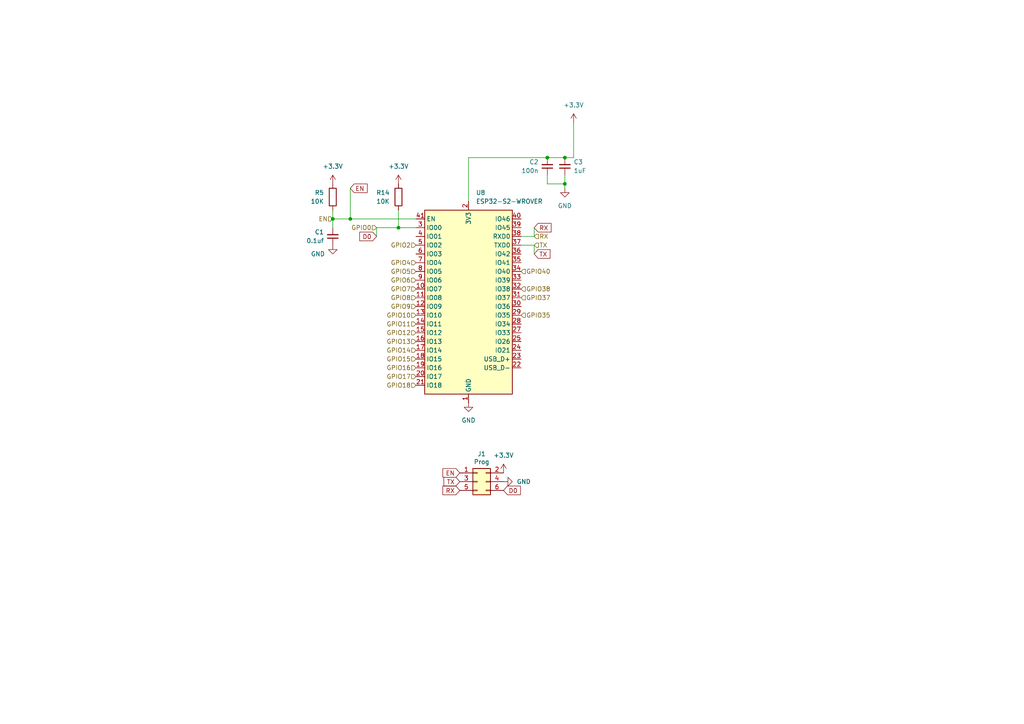
<source format=kicad_sch>
(kicad_sch (version 20250114) (generator "eeschema") (generator_version "9.0")
  (paper "A4")
  (lib_symbols
    (symbol "+3.3V_3" (power) (pin_names (offset 0))
      (property "Value" "+3.3V_3" (at 0 3.556 0))
      (symbol "+3.3V_3_0_1"
        (polyline (pts (xy -0.762 1.27) (xy 0 2.54)))
        (polyline (pts (xy 0 2.54) (xy 0.762 1.27)))
        (polyline (pts (xy 0 0) (xy 0 2.54)))
      )
      (symbol "+3.3V_3_1_1"
        (pin power_in line (at 0 0 90) (length 0) (hide yes) (name "+3.3V") (number "1"))
      )
    )
    (symbol "Connector_Generic:Conn_02x03_Odd_Even" (pin_names (offset 1.016) (hide yes))
      (property "Reference" "J" (at 1.27 5.08 0))
      (property "Value" "Conn_02x03_Odd_Even" (at 1.27 -5.08 0))
      (symbol "Conn_02x03_Odd_Even_1_1"
        (rectangle (start -1.27 3.81) (end 3.81 -3.81) (stroke (width 0.254)) (fill (type background)))
        (rectangle (start -1.27 2.667) (end 0 2.413) (stroke (width 0.1524)))
        (rectangle (start -1.27 0.127) (end 0 -0.127) (stroke (width 0.1524)))
        (rectangle (start -1.27 -2.413) (end 0 -2.667) (stroke (width 0.1524)))
        (rectangle (start 3.81 2.667) (end 2.54 2.413) (stroke (width 0.1524)))
        (rectangle (start 3.81 0.127) (end 2.54 -0.127) (stroke (width 0.1524)))
        (rectangle (start 3.81 -2.413) (end 2.54 -2.667) (stroke (width 0.1524)))
        (pin passive line (at -5.08 2.54 0) (length 3.81) (name "Pin_1") (number "1"))
        (pin passive line (at -5.08 0 0) (length 3.81) (name "Pin_3") (number "3"))
        (pin passive line (at -5.08 -2.54 0) (length 3.81) (name "Pin_5") (number "5"))
        (pin passive line (at 7.62 2.54 180) (length 3.81) (name "Pin_2") (number "2"))
        (pin passive line (at 7.62 0 180) (length 3.81) (name "Pin_4") (number "4"))
        (pin passive line (at 7.62 -2.54 180) (length 3.81) (name "Pin_6") (number "6"))
      )
    )
    (symbol "Device:C_Small" (pin_numbers (hide yes)) (pin_names (offset 0.254) (hide yes))
      (property "Reference" "C" (at 0.254 1.778 0))
      (property "Value" "C_Small" (at 0.254 -2.032 0))
      (symbol "C_Small_0_1"
        (polyline (pts (xy -1.524 0.508) (xy 1.524 0.508)) (stroke (width 0.3048)))
        (polyline (pts (xy -1.524 -0.508) (xy 1.524 -0.508)) (stroke (width 0.3302)))
      )
      (symbol "C_Small_1_1"
        (pin passive line (at 0 2.54 270) (length 2.032) (name "~") (number "1"))
        (pin passive line (at 0 -2.54 90) (length 2.032) (name "~") (number "2"))
      )
    )
    (symbol "Device:R" (pin_numbers (hide yes)) (pin_names (offset 0))
      (property "Reference" "R" (at 2.032 0 90))
      (property "Value" "R" (at 0 0 90))
      (symbol "R_0_1"
        (rectangle (start -1.016 -2.54) (end 1.016 2.54) (stroke (width 0.254)))
      )
      (symbol "R_1_1"
        (pin passive line (at 0 3.81 270) (length 1.27) (name "~") (number "1"))
        (pin passive line (at 0 -3.81 90) (length 1.27) (name "~") (number "2"))
      )
    )
    (symbol "GND_22" (power) (pin_names (offset 0))
      (property "Value" "GND_22" (at 0 -3.81 0))
      (symbol "GND_22_0_1"
        (polyline (pts (xy 0 0) (xy 0 -1.27) (xy 1.27 -1.27) (xy 0 -2.54) (xy -1.27 -1.27) (xy 0 -1.27)))
      )
      (symbol "GND_22_1_1"
        (pin power_in line (at 0 0 270) (length 0) (hide yes) (name "GND") (number "1"))
      )
    )
    (symbol "RF_Module:ESP32-S2-WROVER"
      (property "Reference" "U" (at -12.7 29.21 0))
      (property "Value" "ESP32-S2-WROVER" (at 2.54 29.21 0))
      (symbol "ESP32-S2-WROVER_0_1"
        (rectangle (start -12.7 27.94) (end 12.7 -25.4) (stroke (width 0.254)) (fill (type background)))
      )
      (symbol "ESP32-S2-WROVER_1_1"
        (pin input line (at -15.24 25.4 0) (length 2.54) (name "EN") (number "41"))
        (pin bidirectional line (at -15.24 22.86 0) (length 2.54) (name "IO00") (number "3"))
        (pin bidirectional line (at -15.24 20.32 0) (length 2.54) (name "IO01") (number "4"))
        (pin bidirectional line (at -15.24 17.78 0) (length 2.54) (name "IO02") (number "5"))
        (pin bidirectional line (at -15.24 15.24 0) (length 2.54) (name "IO03") (number "6"))
        (pin bidirectional line (at -15.24 12.7 0) (length 2.54) (name "IO04") (number "7"))
        (pin bidirectional line (at -15.24 10.16 0) (length 2.54) (name "IO05") (number "8"))
        (pin bidirectional line (at -15.24 7.62 0) (length 2.54) (name "IO06") (number "9"))
        (pin bidirectional line (at -15.24 5.08 0) (length 2.54) (name "IO07") (number "10"))
        (pin bidirectional line (at -15.24 2.54 0) (length 2.54) (name "IO08") (number "11"))
        (pin bidirectional line (at -15.24 0 0) (length 2.54) (name "IO09") (number "12"))
        (pin bidirectional line (at -15.24 -2.54 0) (length 2.54) (name "IO10") (number "13"))
        (pin bidirectional line (at -15.24 -5.08 0) (length 2.54) (name "IO11") (number "14"))
        (pin bidirectional line (at -15.24 -7.62 0) (length 2.54) (name "IO12") (number "15"))
        (pin bidirectional line (at -15.24 -10.16 0) (length 2.54) (name "IO13") (number "16"))
        (pin bidirectional line (at -15.24 -12.7 0) (length 2.54) (name "IO14") (number "17"))
        (pin bidirectional line (at -15.24 -15.24 0) (length 2.54) (name "IO15") (number "18"))
        (pin bidirectional line (at -15.24 -17.78 0) (length 2.54) (name "IO16") (number "19"))
        (pin bidirectional line (at -15.24 -20.32 0) (length 2.54) (name "IO17") (number "20"))
        (pin bidirectional line (at -15.24 -22.86 0) (length 2.54) (name "IO18") (number "21"))
        (pin power_in line (at 0 30.48 270) (length 2.54) (name "3V3") (number "2"))
        (pin power_in line (at 0 -27.94 90) (length 2.54) (name "GND") (number "1"))
        (pin passive line (at 0 -27.94 90) (length 2.54) (hide yes) (name "GND") (number "26"))
        (pin passive line (at 0 -27.94 90) (length 2.54) (hide yes) (name "GND") (number "42"))
        (pin passive line (at 0 -27.94 90) (length 2.54) (hide yes) (name "GND") (number "43"))
        (pin input line (at 15.24 25.4 180) (length 2.54) (name "IO46") (number "40"))
        (pin bidirectional line (at 15.24 22.86 180) (length 2.54) (name "IO45") (number "39"))
        (pin bidirectional line (at 15.24 20.32 180) (length 2.54) (name "RXD0") (number "38"))
        (pin bidirectional line (at 15.24 17.78 180) (length 2.54) (name "TXD0") (number "37"))
        (pin bidirectional line (at 15.24 15.24 180) (length 2.54) (name "IO42") (number "36"))
        (pin bidirectional line (at 15.24 12.7 180) (length 2.54) (name "IO41") (number "35"))
        (pin bidirectional line (at 15.24 10.16 180) (length 2.54) (name "IO40") (number "34"))
        (pin bidirectional line (at 15.24 7.62 180) (length 2.54) (name "IO39") (number "33"))
        (pin bidirectional line (at 15.24 5.08 180) (length 2.54) (name "IO38") (number "32"))
        (pin bidirectional line (at 15.24 2.54 180) (length 2.54) (name "IO37") (number "31"))
        (pin bidirectional line (at 15.24 0 180) (length 2.54) (name "IO36") (number "30"))
        (pin bidirectional line (at 15.24 -2.54 180) (length 2.54) (name "IO35") (number "29"))
        (pin bidirectional line (at 15.24 -5.08 180) (length 2.54) (name "IO34") (number "28"))
        (pin bidirectional line (at 15.24 -7.62 180) (length 2.54) (name "IO33") (number "27"))
        (pin bidirectional line (at 15.24 -10.16 180) (length 2.54) (name "IO26") (number "25"))
        (pin bidirectional line (at 15.24 -12.7 180) (length 2.54) (name "IO21") (number "24"))
        (pin bidirectional line (at 15.24 -15.24 180) (length 2.54) (name "USB_D+") (number "23"))
        (pin bidirectional line (at 15.24 -17.78 180) (length 2.54) (name "USB_D-") (number "22"))
      )
    )
  )
  (junction (at 163.83 53.34))
  (junction (at 115.57 66.04))
  (junction (at 101.6 63.5))
  (junction (at 163.83 45.72))
  (junction (at 158.75 45.72))
  (junction (at 96.52 63.5))
  (wire (pts (xy 101.6 54.61) (xy 101.6 63.5)))
  (wire (pts (xy 158.75 45.72) (xy 163.83 45.72)))
  (wire (pts (xy 158.75 50.8) (xy 158.75 53.34)))
  (wire (pts (xy 166.37 45.72) (xy 163.83 45.72)))
  (wire (pts (xy 154.94 66.04) (xy 154.94 68.58)))
  (wire (pts (xy 96.52 66.04) (xy 96.52 63.5)))
  (wire (pts (xy 166.37 35.56) (xy 166.37 45.72)))
  (wire (pts (xy 96.52 60.96) (xy 96.52 63.5)))
  (wire (pts (xy 135.89 45.72) (xy 158.75 45.72)))
  (wire (pts (xy 109.22 66.04) (xy 115.57 66.04)))
  (wire (pts (xy 163.83 50.8) (xy 163.83 53.34)))
  (wire (pts (xy 101.6 63.5) (xy 120.65 63.5)))
  (wire (pts (xy 154.94 71.12) (xy 154.94 73.66)))
  (wire (pts (xy 109.22 66.04) (xy 109.22 68.58)))
  (wire (pts (xy 154.94 68.58) (xy 151.13 68.58)))
  (wire (pts (xy 115.57 60.96) (xy 115.57 66.04)))
  (wire (pts (xy 154.94 71.12) (xy 151.13 71.12)))
  (wire (pts (xy 163.83 53.34) (xy 163.83 54.61)))
  (wire (pts (xy 135.89 45.72) (xy 135.89 58.42)))
  (wire (pts (xy 158.75 53.34) (xy 163.83 53.34)))
  (wire (pts (xy 115.57 66.04) (xy 120.65 66.04)))
  (wire (pts (xy 96.52 63.5) (xy 101.6 63.5)))
  (global_label "EN" (shape input) (at 101.6 54.61 0) (property "Intersheetrefs" "${INTERSHEET_REFS}" (effects (hide yes))))
  (global_label "RX" (shape input) (at 133.35 142.24 180) (property "Intersheetrefs" "${INTERSHEET_REFS}" (effects (hide yes))))
  (global_label "EN" (shape input) (at 133.35 137.16 180) (property "Intersheetrefs" "${INTERSHEET_REFS}" (effects (hide yes))))
  (global_label "D0" (shape input) (at 109.22 68.58 180) (property "Intersheetrefs" "${INTERSHEET_REFS}" (effects (hide yes))))
  (global_label "TX" (shape input) (at 154.94 73.66 0) (property "Intersheetrefs" "${INTERSHEET_REFS}" (effects (hide yes))))
  (global_label "TX" (shape input) (at 133.35 139.7 180) (property "Intersheetrefs" "${INTERSHEET_REFS}" (effects (hide yes))))
  (global_label "D0" (shape input) (at 146.05 142.24 0) (property "Intersheetrefs" "${INTERSHEET_REFS}" (effects (hide yes))))
  (global_label "RX" (shape input) (at 154.94 66.04 0) (property "Intersheetrefs" "${INTERSHEET_REFS}" (effects (hide yes))))
  (hierarchical_label "GPIO2" (shape input) (at 120.65 71.12 180))
  (hierarchical_label "GPIO35" (shape input) (at 151.13 91.44 0))
  (hierarchical_label "GPIO8" (shape input) (at 120.65 86.36 180))
  (hierarchical_label "GPIO11" (shape input) (at 120.65 93.98 180))
  (hierarchical_label "GPIO6" (shape input) (at 120.65 81.28 180))
  (hierarchical_label "TX" (shape input) (at 154.94 71.12 0))
  (hierarchical_label "GPIO18" (shape input) (at 120.65 111.76 180))
  (hierarchical_label "GPIO13" (shape input) (at 120.65 99.06 180))
  (hierarchical_label "GPIO9" (shape input) (at 120.65 88.9 180))
  (hierarchical_label "GPIO17" (shape input) (at 120.65 109.22 180))
  (hierarchical_label "GPIO10" (shape input) (at 120.65 91.44 180))
  (hierarchical_label "GPIO5" (shape input) (at 120.65 78.74 180))
  (hierarchical_label "GPIO4" (shape input) (at 120.65 76.2 180))
  (hierarchical_label "RX" (shape input) (at 154.94 68.58 0))
  (hierarchical_label "GPIO15" (shape input) (at 120.65 104.14 180))
  (hierarchical_label "GPIO14" (shape input) (at 120.65 101.6 180))
  (hierarchical_label "GPIO38" (shape input) (at 151.13 83.82 0))
  (hierarchical_label "EN" (shape input) (at 96.52 63.5 180))
  (hierarchical_label "GPIO16" (shape input) (at 120.65 106.68 180))
  (hierarchical_label "GPIO0" (shape input) (at 109.22 66.04 180))
  (hierarchical_label "GPIO12" (shape input) (at 120.65 96.52 180))
  (hierarchical_label "GPIO40" (shape input) (at 151.13 78.74 0))
  (hierarchical_label "GPIO7" (shape input) (at 120.65 83.82 180))
  (hierarchical_label "GPIO37" (shape input) (at 151.13 86.36 0))
  (symbol (lib_id "Device:R") (at 96.52 57.15 0) (mirror y) (unit 1)
    (property "Reference" "R1" (at 93.98 55.8799 0) (effects (justify left)))
    (property "Value" "10K" (at 93.98 58.4199 0) (effects (justify left)))
    (property "Footprint" "Resistor_SMD:R_0603_1608Metric" (effects (hide yes)))
    (property "LINK" "https://www.digikey.com/en/products/detail/stackpole-electronics-inc/RMCF0805JT10K0/1757762" (effects (hide yes)))
    (instances (project "CONTROL WIFI ESP32 S3 V4.0" (path "" (reference "R5") (unit 1))) (project "CONTROL WIFI ESP32 S3 V4.0" (path "" (reference "R1") (unit 1))))
  )
  (symbol (lib_id "RF_Module:ESP32-S2-WROVER") (at 135.89 88.9 0) (unit 1)
    (property "Reference" "U1" (at 138.0333 55.88 0) (effects (justify left)))
    (property "Value" "ESP32-S2-WROVER" (at 138.0333 58.42 0) (effects (justify left)))
    (property "Footprint" "RF_Module:ESP32-S2-WROVER" (effects (hide yes)))
    (property "Datasheet" "https://www.espressif.com/sites/default/files/documentation/esp32-s2-wroom_esp32-s2-wroom-i_datasheet_en.pdf" (effects (hide yes)))
    (property "Description" "RF Module, ESP32-D0WDQ6 SoC, Wi-Fi 802.11b/g/n, 32-bit, 2.7-3.6V, onboard antenna, SMD" (effects (hide yes)))
    (instances (project "CONTROL WIFI ESP32 S3 V4.0" (path "" (reference "U8") (unit 1))) (project "CONTROL WIFI ESP32 S3 V4.0" (path "" (reference "U1") (unit 1))))
  )
  (symbol (lib_id "Device:C_Small") (at 163.83 48.26 180) (unit 1)
    (property "Reference" "C7" (at 166.37 46.9836 0) (effects (justify right)))
    (property "Value" "1uF" (at 166.37 49.5236 0) (effects (justify right)))
    (property "Footprint" "Capacitor_SMD:C_0603_1608Metric" (effects (hide yes)))
    (property "LINK" "https://www.digikey.com/en/products/detail/samsung-electro-mechanics/CL21B104KBCNNNC/3886661" (effects (hide yes)))
    (instances (project "CONTROL WIFI ESP32 S3 V4.0" (path "" (reference "C3") (unit 1))) (project "CONTROL WIFI ESP32 S3 V4.0" (path "" (reference "C7") (unit 1))))
  )
  (symbol (lib_name "GND_22") (lib_id "power:GND") (at 163.83 54.61 0) (unit 1)
    (property "Reference" "#PWR014" (effects (hide yes)))
    (property "Value" "GND" (at 163.83 59.69 0))
    (instances (project "CONTROL WIFI ESP32 S3 V4.0" (path "" (reference "#PWR032") (unit 1))) (project "CONTROL WIFI ESP32 S3 V4.0" (path "" (reference "#PWR014") (unit 1))))
  )
  (symbol (lib_id "Device:R") (at 115.57 57.15 0) (mirror y) (unit 1)
    (property "Reference" "R2" (at 113.03 55.8799 0) (effects (justify left)))
    (property "Value" "10K" (at 113.03 58.4199 0) (effects (justify left)))
    (property "Footprint" "Resistor_SMD:R_0603_1608Metric" (effects (hide yes)))
    (property "LINK" "https://www.digikey.com/en/products/detail/stackpole-electronics-inc/RMCF0805JT10K0/1757762" (effects (hide yes)))
    (instances (project "CONTROL WIFI ESP32 S3 V4.0" (path "" (reference "R14") (unit 1))) (project "CONTROL WIFI ESP32 S3 V4.0" (path "" (reference "R2") (unit 1))))
  )
  (symbol (lib_name "GND_22") (lib_id "power:GND") (at 135.89 116.84 0) (unit 1)
    (property "Reference" "#PWR06" (effects (hide yes)))
    (property "Value" "GND" (at 135.89 121.92 0))
    (instances (project "CONTROL WIFI ESP32 S3 V4.0" (path "" (reference "#PWR029") (unit 1))) (project "CONTROL WIFI ESP32 S3 V4.0" (path "" (reference "#PWR06") (unit 1))))
  )
  (symbol (lib_name "GND_22") (lib_id "power:GND") (at 146.05 139.7 90) (unit 1)
    (property "Reference" "#PWR012" (effects (hide yes)))
    (property "Value" "GND" (at 149.86 139.6999 90) (effects (justify right)))
    (instances (project "CONTROL WIFI ESP32 S3 V4.0" (path "" (reference "#PWR039") (unit 1))) (project "CONTROL WIFI ESP32 S3 V4.0" (path "" (reference "#PWR012") (unit 1))))
  )
  (symbol (lib_name "+3.3V_3") (lib_id "power:+3.3V") (at 166.37 35.56 0) (unit 1)
    (property "Reference" "#PWR015" (effects (hide yes)))
    (property "Value" "+3.3V" (at 166.37 30.48 0))
    (instances (project "CONTROL WIFI ESP32 S3 V4.0" (path "" (reference "#PWR033") (unit 1))) (project "CONTROL WIFI ESP32 S3 V4.0" (path "" (reference "#PWR015") (unit 1))))
  )
  (symbol (lib_name "+3.3V_3") (lib_id "power:+3.3V") (at 115.57 53.34 0) (unit 1)
    (property "Reference" "#PWR05" (effects (hide yes)))
    (property "Value" "+3.3V" (at 115.57 48.26 0))
    (instances (project "CONTROL WIFI ESP32 S3 V4.0" (path "" (reference "#PWR01") (unit 1))) (project "CONTROL WIFI ESP32 S3 V4.0" (path "" (reference "#PWR05") (unit 1))))
  )
  (symbol (lib_name "GND_22") (lib_id "power:GND") (at 96.52 71.12 0) (unit 1)
    (property "Reference" "#PWR04" (effects (hide yes)))
    (property "Value" "GND" (at 92.202 73.66 0))
    (instances (project "CONTROL WIFI ESP32 S3 V4.0" (path "" (reference "#PWR011") (unit 1))) (project "CONTROL WIFI ESP32 S3 V4.0" (path "" (reference "#PWR04") (unit 1))))
  )
  (symbol (lib_id "Device:C_Small") (at 96.52 68.58 0) (mirror x) (unit 1)
    (property "Reference" "C5" (at 93.98 67.3036 0) (effects (justify right)))
    (property "Value" "0.1uf" (at 93.98 69.8436 0) (effects (justify right)))
    (property "Footprint" "Capacitor_SMD:C_0603_1608Metric" (effects (hide yes)))
    (property "LINK" "https://www.digikey.com/en/products/detail/samsung-electro-mechanics/CL21B104KBCNNNC/3886661" (effects (hide yes)))
    (instances (project "CONTROL WIFI ESP32 S3 V4.0" (path "" (reference "C1") (unit 1))) (project "CONTROL WIFI ESP32 S3 V4.0" (path "" (reference "C5") (unit 1))))
  )
  (symbol (lib_id "Connector_Generic:Conn_02x03_Odd_Even") (at 138.43 139.7 0) (unit 1)
    (property "Reference" "J2" (at 139.7 131.6482 0))
    (property "Value" "Prog" (at 139.7 133.9596 0))
    (property "Footprint" "Connector_PinHeader_1.27mm:PinHeader_2x03_P1.27mm_Vertical_SMD" (effects (hide yes)))
    (instances (project "CONTROL WIFI ESP32 S3 V4.0" (path "" (reference "J1") (unit 1))) (project "CONTROL WIFI ESP32 S3 V4.0" (path "" (reference "J2") (unit 1))))
  )
  (symbol (lib_name "+3.3V_3") (lib_id "power:+3.3V") (at 96.52 53.34 0) (unit 1)
    (property "Reference" "#PWR03" (effects (hide yes)))
    (property "Value" "+3.3V" (at 96.52 48.26 0))
    (instances (project "CONTROL WIFI ESP32 S3 V4.0" (path "" (reference "#PWR010") (unit 1))) (project "CONTROL WIFI ESP32 S3 V4.0" (path "" (reference "#PWR03") (unit 1))))
  )
  (symbol (lib_name "+3.3V_3") (lib_id "power:+3.3V") (at 146.05 137.16 0) (unit 1)
    (property "Reference" "#PWR07" (effects (hide yes)))
    (property "Value" "+3.3V" (at 146.05 132.08 0))
    (instances (project "CONTROL WIFI ESP32 S3 V4.0" (path "" (reference "#PWR035") (unit 1))) (project "CONTROL WIFI ESP32 S3 V4.0" (path "" (reference "#PWR07") (unit 1))))
  )
  (symbol (lib_id "Device:C_Small") (at 158.75 48.26 0) (mirror x) (unit 1)
    (property "Reference" "C6" (at 156.21 46.9836 0) (effects (justify right)))
    (property "Value" "100n" (at 156.21 49.5236 0) (effects (justify right)))
    (property "Footprint" "Capacitor_SMD:C_0603_1608Metric" (effects (hide yes)))
    (property "LINK" "https://www.digikey.com/en/products/detail/samsung-electro-mechanics/CL21B104KBCNNNC/3886661" (effects (hide yes)))
    (instances (project "CONTROL WIFI ESP32 S3 V4.0" (path "" (reference "C2") (unit 1))) (project "CONTROL WIFI ESP32 S3 V4.0" (path "" (reference "C6") (unit 1))))
  )
)
</source>
